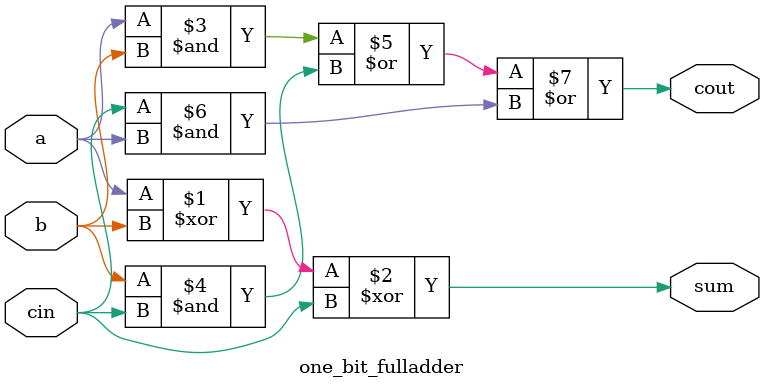
<source format=v>

module Nbit_adder(a,b,cin,sum,cout);
parameter N = 32;
input[31:0] a,b;
input cin;
output[31:0]sum;
output wire cout;
wire[31:0]c;

genvar i;

assign c[0]=cin;
assign cout=c[4];

for(i=0;i<32; i=i+1) begin
//one_bit_fulladder fa1(a[0],b[0],cin,cout[0],sum[0]); 
one_bit_fulladder fa(a[i],b[i],c[i],sum[i],c[i+1]);
end

endmodule


module one_bit_fulladder(a,b,cin,cout,sum);

input a,b;
input cin;
output sum;
output cout;

assign sum = a^b^cin;
assign cout = a&b|b&cin|cin&a;

endmodule



</source>
